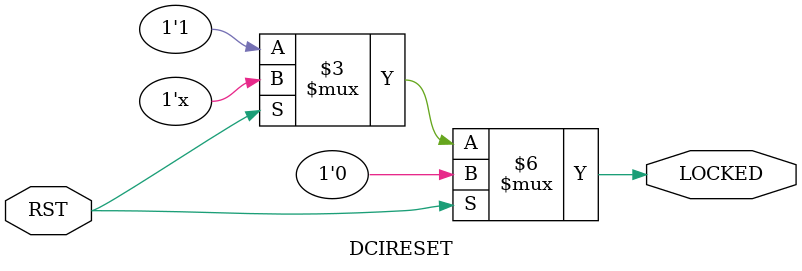
<source format=v>

`timescale 1 ps / 1 ps 

module DCIRESET (LOCKED, RST);

    output LOCKED;
    input  RST;

    reg    LOCKED;

    always @(RST) begin

	if (RST)
	    LOCKED <= 1'b0;
	else if (!RST)
	    LOCKED <= #100000 1'b1;

    end
    
endmodule

</source>
